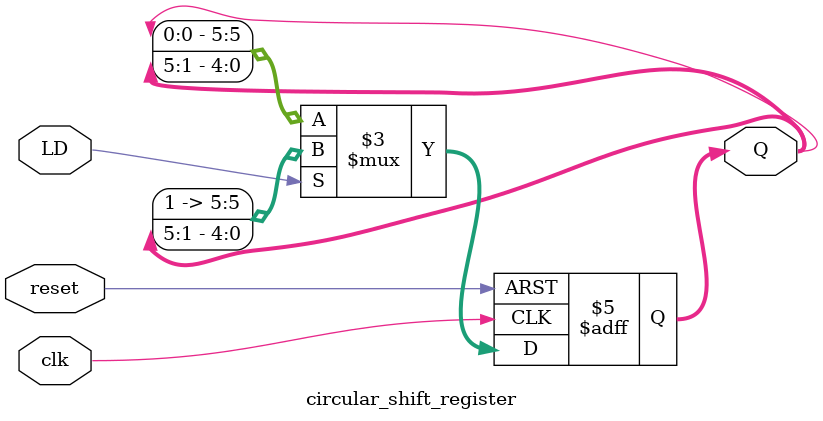
<source format=v>
module circular_shift_register(
    input wire clk,      // Sinal de clock
    input wire reset,    // Sinal de reset para inicializar o registrador
    input wire LD,       // Sinal de carga (load) unitária no primeiro estágio
    output reg [5:0] Q   // Saída do registrador de 6 bits
);

    // Bloco sempre sensível ao clock e ao reset
    always @(posedge clk or posedge reset) begin
        if (reset) begin
            Q <= 6'b000000;  // Reset do registrador para zero
        end else if (LD) begin
            Q <= {1'b1, Q[5:1]};  // Carrega 1 no primeiro estágio (Q[5])
        end else begin
            Q <= {Q[0], Q[5:1]};  // Deslocamento circular para a direita
        end
    end

endmodule

</source>
